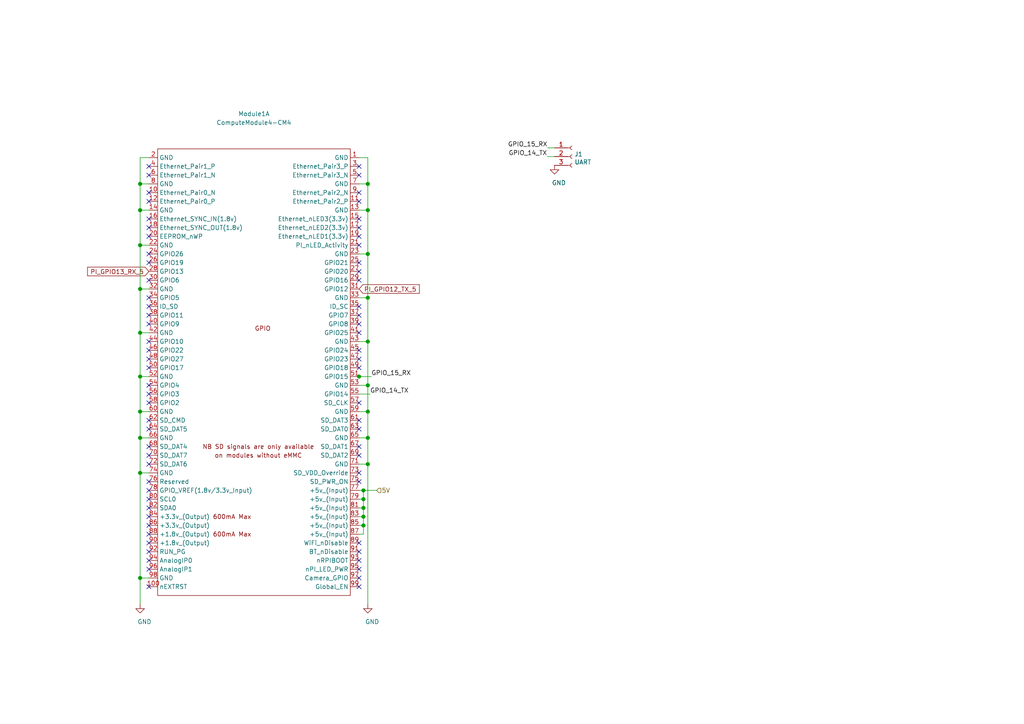
<source format=kicad_sch>
(kicad_sch (version 20210126) (generator eeschema)
  (paper "A4")
  (title_block (title "Raspberry Pi Compute Module 4 Carrier Template") (date "2020-10-31") (rev "v01") (comment 2 "creativecommons.org/licenses/by-sa/4.0") (comment 3 "License: CC BY 4.0") (comment 4 "Author: Shawn Hymel"))
  (lib_symbols
    (symbol "CM4IO:ComputeModule4-CM4"
      (property "Reference" "Module" (at 113.03 -68.58 0))
      (property "Value" "ComputeModule4-CM4" (at 140.97 2.54 0))
      (property "Manufacturer" "Hirose" (at 0 0 0))
      (property "MPN" "2x DF40C-100DS-0.4V" (at 0 -2.54 0))
      (property "MPN (Alt)" "2x DF40HC(3.0)-100DS-0.4V" (at 0 0 0))
      (symbol "ComputeModule4-CM4_1_0"
        (text "GPIO" (at 0 6.35 0) (effects (font (size 1.27 1.27))))
      )
      (symbol "ComputeModule4-CM4_1_1"
        (text "600mA Max" (at -8.89 -53.34 0) (effects (font (size 1.27 1.27))))
        (text "600mA Max" (at -8.89 -48.26 0) (effects (font (size 1.27 1.27))))
        (text "NB SD signals are only available" (at -1.27 -27.94 0) (effects (font (size 1.27 1.27))))
        (text "on modules without eMMC" (at -1.27 -30.48 0) (effects (font (size 1.27 1.27))))
        (rectangle (start -30.48 -71.12) (end 25.4 58.42))
        (pin power_in line (at 27.94 55.88 180) (length 2.54) (name "GND") (number "1"))
        (pin passive line (at -33.02 45.72 0) (length 2.54) (name "Ethernet_Pair0_N") (number "10"))
        (pin output line (at -33.02 -68.58 0) (length 2.54) (name "nEXTRST") (number "100"))
        (pin passive line (at 27.94 43.18 180) (length 2.54) (name "Ethernet_Pair2_P") (number "11"))
        (pin passive line (at -33.02 43.18 0) (length 2.54) (name "Ethernet_Pair0_P") (number "12"))
        (pin power_in line (at 27.94 40.64 180) (length 2.54) (name "GND") (number "13"))
        (pin power_in line (at -33.02 40.64 0) (length 2.54) (name "GND") (number "14"))
        (pin output line (at 27.94 38.1 180) (length 2.54) (name "Ethernet_nLED3(3.3v)") (number "15"))
        (pin input line (at -33.02 38.1 0) (length 2.54) (name "Ethernet_SYNC_IN(1.8v)") (number "16"))
        (pin output line (at 27.94 35.56 180) (length 2.54) (name "Ethernet_nLED2(3.3v)") (number "17"))
        (pin input line (at -33.02 35.56 0) (length 2.54) (name "Ethernet_SYNC_OUT(1.8v)") (number "18"))
        (pin output line (at 27.94 33.02 180) (length 2.54) (name "Ethernet_nLED1(3.3v)") (number "19"))
        (pin power_in line (at -33.02 55.88 0) (length 2.54) (name "GND") (number "2"))
        (pin passive line (at -33.02 33.02 0) (length 2.54) (name "EEPROM_nWP") (number "20"))
        (pin open_collector line (at 27.94 30.48 180) (length 2.54) (name "PI_nLED_Activity") (number "21"))
        (pin power_in line (at -33.02 30.48 0) (length 2.54) (name "GND") (number "22"))
        (pin power_in line (at 27.94 27.94 180) (length 2.54) (name "GND") (number "23"))
        (pin passive line (at -33.02 27.94 0) (length 2.54) (name "GPIO26") (number "24"))
        (pin passive line (at 27.94 25.4 180) (length 2.54) (name "GPIO21") (number "25"))
        (pin passive line (at -33.02 25.4 0) (length 2.54) (name "GPIO19") (number "26"))
        (pin passive line (at 27.94 22.86 180) (length 2.54) (name "GPIO20") (number "27"))
        (pin passive line (at -33.02 22.86 0) (length 2.54) (name "GPIO13") (number "28"))
        (pin passive line (at 27.94 20.32 180) (length 2.54) (name "GPIO16") (number "29"))
        (pin passive line (at 27.94 53.34 180) (length 2.54) (name "Ethernet_Pair3_P") (number "3"))
        (pin passive line (at -33.02 20.32 0) (length 2.54) (name "GPIO6") (number "30"))
        (pin passive line (at 27.94 17.78 180) (length 2.54) (name "GPIO12") (number "31"))
        (pin power_in line (at -33.02 17.78 0) (length 2.54) (name "GND") (number "32"))
        (pin power_in line (at 27.94 15.24 180) (length 2.54) (name "GND") (number "33"))
        (pin passive line (at -33.02 15.24 0) (length 2.54) (name "GPIO5") (number "34"))
        (pin passive line (at 27.94 12.7 180) (length 2.54) (name "ID_SC") (number "35"))
        (pin passive line (at -33.02 12.7 0) (length 2.54) (name "ID_SD") (number "36"))
        (pin passive line (at 27.94 10.16 180) (length 2.54) (name "GPIO7") (number "37"))
        (pin passive line (at -33.02 10.16 0) (length 2.54) (name "GPIO11") (number "38"))
        (pin passive line (at 27.94 7.62 180) (length 2.54) (name "GPIO8") (number "39"))
        (pin passive line (at -33.02 53.34 0) (length 2.54) (name "Ethernet_Pair1_P") (number "4"))
        (pin passive line (at -33.02 7.62 0) (length 2.54) (name "GPIO9") (number "40"))
        (pin passive line (at 27.94 5.08 180) (length 2.54) (name "GPIO25") (number "41"))
        (pin power_in line (at -33.02 5.08 0) (length 2.54) (name "GND") (number "42"))
        (pin power_in line (at 27.94 2.54 180) (length 2.54) (name "GND") (number "43"))
        (pin passive line (at -33.02 2.54 0) (length 2.54) (name "GPIO10") (number "44"))
        (pin passive line (at 27.94 0 180) (length 2.54) (name "GPIO24") (number "45"))
        (pin passive line (at -33.02 0 0) (length 2.54) (name "GPIO22") (number "46"))
        (pin passive line (at 27.94 -2.54 180) (length 2.54) (name "GPIO23") (number "47"))
        (pin passive line (at -33.02 -2.54 0) (length 2.54) (name "GPIO27") (number "48"))
        (pin passive line (at 27.94 -5.08 180) (length 2.54) (name "GPIO18") (number "49"))
        (pin passive line (at 27.94 50.8 180) (length 2.54) (name "Ethernet_Pair3_N") (number "5"))
        (pin passive line (at -33.02 -5.08 0) (length 2.54) (name "GPIO17") (number "50"))
        (pin passive line (at 27.94 -7.62 180) (length 2.54) (name "GPIO15") (number "51"))
        (pin power_in line (at -33.02 -7.62 0) (length 2.54) (name "GND") (number "52"))
        (pin power_in line (at 27.94 -10.16 180) (length 2.54) (name "GND") (number "53"))
        (pin passive line (at -33.02 -10.16 0) (length 2.54) (name "GPIO4") (number "54"))
        (pin passive line (at 27.94 -12.7 180) (length 2.54) (name "GPIO14") (number "55"))
        (pin passive line (at -33.02 -12.7 0) (length 2.54) (name "GPIO3") (number "56"))
        (pin passive line (at 27.94 -15.24 180) (length 2.54) (name "SD_CLK") (number "57"))
        (pin passive line (at -33.02 -15.24 0) (length 2.54) (name "GPIO2") (number "58"))
        (pin power_in line (at 27.94 -17.78 180) (length 2.54) (name "GND") (number "59"))
        (pin passive line (at -33.02 50.8 0) (length 2.54) (name "Ethernet_Pair1_N") (number "6"))
        (pin power_in line (at -33.02 -17.78 0) (length 2.54) (name "GND") (number "60"))
        (pin passive line (at 27.94 -20.32 180) (length 2.54) (name "SD_DAT3") (number "61"))
        (pin passive line (at -33.02 -20.32 0) (length 2.54) (name "SD_CMD") (number "62"))
        (pin passive line (at 27.94 -22.86 180) (length 2.54) (name "SD_DAT0") (number "63"))
        (pin passive line (at -33.02 -22.86 0) (length 2.54) (name "SD_DAT5") (number "64"))
        (pin power_in line (at 27.94 -25.4 180) (length 2.54) (name "GND") (number "65"))
        (pin power_in line (at -33.02 -25.4 0) (length 2.54) (name "GND") (number "66"))
        (pin passive line (at 27.94 -27.94 180) (length 2.54) (name "SD_DAT1") (number "67"))
        (pin passive line (at -33.02 -27.94 0) (length 2.54) (name "SD_DAT4") (number "68"))
        (pin passive line (at 27.94 -30.48 180) (length 2.54) (name "SD_DAT2") (number "69"))
        (pin power_in line (at 27.94 48.26 180) (length 2.54) (name "GND") (number "7"))
        (pin passive line (at -33.02 -30.48 0) (length 2.54) (name "SD_DAT7") (number "70"))
        (pin power_in line (at 27.94 -33.02 180) (length 2.54) (name "GND") (number "71"))
        (pin passive line (at -33.02 -33.02 0) (length 2.54) (name "SD_DAT6") (number "72"))
        (pin input line (at 27.94 -35.56 180) (length 2.54) (name "SD_VDD_Override") (number "73"))
        (pin power_in line (at -33.02 -35.56 0) (length 2.54) (name "GND") (number "74"))
        (pin output line (at 27.94 -38.1 180) (length 2.54) (name "SD_PWR_ON") (number "75"))
        (pin passive line (at -33.02 -38.1 0) (length 2.54) (name "Reserved") (number "76"))
        (pin power_in line (at 27.94 -40.64 180) (length 2.54) (name "+5v_(Input)") (number "77"))
        (pin power_in line (at -33.02 -40.64 0) (length 2.54) (name "GPIO_VREF(1.8v/3.3v_Input)") (number "78"))
        (pin power_in line (at 27.94 -43.18 180) (length 2.54) (name "+5v_(Input)") (number "79"))
        (pin power_in line (at -33.02 48.26 0) (length 2.54) (name "GND") (number "8"))
        (pin passive line (at -33.02 -43.18 0) (length 2.54) (name "SCL0") (number "80"))
        (pin power_in line (at 27.94 -45.72 180) (length 2.54) (name "+5v_(Input)") (number "81"))
        (pin passive line (at -33.02 -45.72 0) (length 2.54) (name "SDA0") (number "82"))
        (pin power_in line (at 27.94 -48.26 180) (length 2.54) (name "+5v_(Input)") (number "83"))
        (pin power_out line (at -33.02 -48.26 0) (length 2.54) (name "+3.3v_(Output)") (number "84"))
        (pin power_in line (at 27.94 -50.8 180) (length 2.54) (name "+5v_(Input)") (number "85"))
        (pin power_out line (at -33.02 -50.8 0) (length 2.54) (name "+3.3v_(Output)") (number "86"))
        (pin power_in line (at 27.94 -53.34 180) (length 2.54) (name "+5v_(Input)") (number "87"))
        (pin power_out line (at -33.02 -53.34 0) (length 2.54) (name "+1.8v_(Output)") (number "88"))
        (pin power_in line (at 27.94 -55.88 180) (length 2.54) (name "WiFi_nDisable") (number "89"))
        (pin passive line (at 27.94 45.72 180) (length 2.54) (name "Ethernet_Pair2_N") (number "9"))
        (pin power_out line (at -33.02 -55.88 0) (length 2.54) (name "+1.8v_(Output)") (number "90"))
        (pin power_in line (at 27.94 -58.42 180) (length 2.54) (name "BT_nDisable") (number "91"))
        (pin passive line (at -33.02 -58.42 0) (length 2.54) (name "RUN_PG") (number "92"))
        (pin input line (at 27.94 -60.96 180) (length 2.54) (name "nRPIBOOT") (number "93"))
        (pin passive line (at -33.02 -60.96 0) (length 2.54) (name "AnalogIP0") (number "94"))
        (pin output line (at 27.94 -63.5 180) (length 2.54) (name "nPI_LED_PWR") (number "95"))
        (pin passive line (at -33.02 -63.5 0) (length 2.54) (name "AnalogIP1") (number "96"))
        (pin passive line (at 27.94 -66.04 180) (length 2.54) (name "Camera_GPIO") (number "97"))
        (pin power_in line (at -33.02 -66.04 0) (length 2.54) (name "GND") (number "98"))
        (pin input line (at 27.94 -68.58 180) (length 2.54) (name "Global_EN") (number "99"))
      )
      (symbol "ComputeModule4-CM4_2_1"
        (text "High Speed Serial" (at 140.97 0 0) (effects (font (size 1.27 1.27))))
        (rectangle (start 114.3 -66.04) (end 165.1 63.5))
        (pin input line (at 170.18 60.96 180) (length 5.08) (name "USB_OTG_ID") (number "101"))
        (pin input line (at 109.22 60.96 0) (length 5.08) (name "PCIe_CLK_nREQ") (number "102"))
        (pin passive line (at 170.18 58.42 180) (length 5.08) (name "USB2_N") (number "103"))
        (pin passive line (at 109.22 58.42 0) (length 5.08) (name "Reserved") (number "104"))
        (pin passive line (at 170.18 55.88 180) (length 5.08) (name "USB2_P") (number "105"))
        (pin passive line (at 109.22 55.88 0) (length 5.08) (name "Reserved") (number "106"))
        (pin power_in line (at 170.18 53.34 180) (length 5.08) (name "GND") (number "107"))
        (pin power_in line (at 109.22 53.34 0) (length 5.08) (name "GND") (number "108"))
        (pin bidirectional line (at 170.18 50.8 180) (length 5.08) (name "PCIe_nRST") (number "109"))
        (pin output line (at 109.22 50.8 0) (length 5.08) (name "PCIe_CLK_P") (number "110"))
        (pin passive line (at 170.18 48.26 180) (length 5.08) (name "VDAC_COMP") (number "111"))
        (pin output line (at 109.22 48.26 0) (length 5.08) (name "PCIe_CLK_N") (number "112"))
        (pin power_in line (at 170.18 45.72 180) (length 5.08) (name "GND") (number "113"))
        (pin power_in line (at 109.22 45.72 0) (length 5.08) (name "GND") (number "114"))
        (pin input line (at 170.18 43.18 180) (length 5.08) (name "CAM1_D0_N") (number "115"))
        (pin input line (at 109.22 43.18 0) (length 5.08) (name "PCIe_RX_P") (number "116"))
        (pin input line (at 170.18 40.64 180) (length 5.08) (name "CAM1_D0_P") (number "117"))
        (pin input line (at 109.22 40.64 0) (length 5.08) (name "PCIe_RX_N") (number "118"))
        (pin power_in line (at 170.18 38.1 180) (length 5.08) (name "GND") (number "119"))
        (pin power_in line (at 109.22 38.1 0) (length 5.08) (name "GND") (number "120"))
        (pin input line (at 170.18 35.56 180) (length 5.08) (name "CAM1_D1_N") (number "121"))
        (pin output line (at 109.22 35.56 0) (length 5.08) (name "PCIe_TX_P") (number "122"))
        (pin input line (at 170.18 33.02 180) (length 5.08) (name "CAM1_D1_P") (number "123"))
        (pin output line (at 109.22 33.02 0) (length 5.08) (name "PCIe_TX_N") (number "124"))
        (pin power_in line (at 170.18 30.48 180) (length 5.08) (name "GND") (number "125"))
        (pin power_in line (at 109.22 30.48 0) (length 5.08) (name "GND") (number "126"))
        (pin input line (at 170.18 27.94 180) (length 5.08) (name "CAM1_C_N") (number "127"))
        (pin input line (at 109.22 27.94 0) (length 5.08) (name "CAM0_D0_N") (number "128"))
        (pin input line (at 170.18 25.4 180) (length 5.08) (name "CAM1_C_P") (number "129"))
        (pin input line (at 109.22 25.4 0) (length 5.08) (name "CAM0_D0_P") (number "130"))
        (pin power_in line (at 170.18 22.86 180) (length 5.08) (name "GND") (number "131"))
        (pin power_in line (at 109.22 22.86 0) (length 5.08) (name "GND") (number "132"))
        (pin input line (at 170.18 20.32 180) (length 5.08) (name "CAM1_D2_N") (number "133"))
        (pin input line (at 109.22 20.32 0) (length 5.08) (name "CAM0_D1_N") (number "134"))
        (pin input line (at 170.18 17.78 180) (length 5.08) (name "CAM1_D2_P") (number "135"))
        (pin input line (at 109.22 17.78 0) (length 5.08) (name "CAM0_D1_P") (number "136"))
        (pin power_in line (at 170.18 15.24 180) (length 5.08) (name "GND") (number "137"))
        (pin power_in line (at 109.22 15.24 0) (length 5.08) (name "GND") (number "138"))
        (pin input line (at 170.18 12.7 180) (length 5.08) (name "CAM1_D3_N") (number "139"))
        (pin input line (at 109.22 12.7 0) (length 5.08) (name "CAM0_C_N") (number "140"))
        (pin input line (at 170.18 10.16 180) (length 5.08) (name "CAM1_D3_P") (number "141"))
        (pin input line (at 109.22 10.16 0) (length 5.08) (name "CAM0_C_P") (number "142"))
        (pin input line (at 170.18 7.62 180) (length 5.08) (name "HDMI1_HOTPLUG") (number "143"))
        (pin power_in line (at 109.22 7.62 0) (length 5.08) (name "GND") (number "144"))
        (pin bidirectional line (at 170.18 5.08 180) (length 5.08) (name "HDMI1_SDA") (number "145"))
        (pin output line (at 109.22 5.08 0) (length 5.08) (name "HDMI1_TX2_P") (number "146"))
        (pin open_collector line (at 170.18 2.54 180) (length 5.08) (name "HDMI1_SCL") (number "147"))
        (pin output line (at 109.22 2.54 0) (length 5.08) (name "HDMI1_TX2_N") (number "148"))
        (pin open_collector line (at 170.18 0 180) (length 5.08) (name "HDMI1_CEC") (number "149"))
        (pin power_in line (at 109.22 0 0) (length 5.08) (name "GND") (number "150"))
        (pin open_collector line (at 170.18 -2.54 180) (length 5.08) (name "HDMI0_CEC") (number "151"))
        (pin output line (at 109.22 -2.54 0) (length 5.08) (name "HDMI1_TX1_P") (number "152"))
        (pin input line (at 170.18 -5.08 180) (length 5.08) (name "HDMI0_HOTPLUG") (number "153"))
        (pin output line (at 109.22 -5.08 0) (length 5.08) (name "HDMI1_TX1_N") (number "154"))
        (pin power_in line (at 170.18 -7.62 180) (length 5.08) (name "GND") (number "155"))
        (pin power_in line (at 109.22 -7.62 0) (length 5.08) (name "GND") (number "156"))
        (pin output line (at 170.18 -10.16 180) (length 5.08) (name "DSI0_D0_N") (number "157"))
        (pin output line (at 109.22 -10.16 0) (length 5.08) (name "HDMI1_TX0_P") (number "158"))
        (pin output line (at 170.18 -12.7 180) (length 5.08) (name "DSI0_D0_P") (number "159"))
        (pin output line (at 109.22 -12.7 0) (length 5.08) (name "HDMI1_TX0_N") (number "160"))
        (pin power_in line (at 170.18 -15.24 180) (length 5.08) (name "GND") (number "161"))
        (pin power_in line (at 109.22 -15.24 0) (length 5.08) (name "GND") (number "162"))
        (pin output line (at 170.18 -17.78 180) (length 5.08) (name "DSI0_D1_N") (number "163"))
        (pin output line (at 109.22 -17.78 0) (length 5.08) (name "HDMI1_CLK_P") (number "164"))
        (pin output line (at 170.18 -20.32 180) (length 5.08) (name "DSI0_D1_P") (number "165"))
        (pin output line (at 109.22 -20.32 0) (length 5.08) (name "HDMI1_CLK_N") (number "166"))
        (pin power_in line (at 170.18 -22.86 180) (length 5.08) (name "GND") (number "167"))
        (pin power_in line (at 109.22 -22.86 0) (length 5.08) (name "GND") (number "168"))
        (pin output line (at 170.18 -25.4 180) (length 5.08) (name "DSI0_C_N") (number "169"))
        (pin output line (at 109.22 -25.4 0) (length 5.08) (name "HDMI0_TX2_P") (number "170"))
        (pin output line (at 170.18 -27.94 180) (length 5.08) (name "DSI0_C_P") (number "171"))
        (pin output line (at 109.22 -27.94 0) (length 5.08) (name "HDMI0_TX2_N") (number "172"))
        (pin power_in line (at 170.18 -30.48 180) (length 5.08) (name "GND") (number "173"))
        (pin power_in line (at 109.22 -30.48 0) (length 5.08) (name "GND") (number "174"))
        (pin output line (at 170.18 -33.02 180) (length 5.08) (name "DSI1_D0_N") (number "175"))
        (pin output line (at 109.22 -33.02 0) (length 5.08) (name "HDMI0_TX1_P") (number "176"))
        (pin output line (at 170.18 -35.56 180) (length 5.08) (name "DSI1_D0_P") (number "177"))
        (pin output line (at 109.22 -35.56 0) (length 5.08) (name "HDMI0_TX1_N") (number "178"))
        (pin power_in line (at 170.18 -38.1 180) (length 5.08) (name "GND") (number "179"))
        (pin power_in line (at 109.22 -38.1 0) (length 5.08) (name "GND") (number "180"))
        (pin output line (at 170.18 -40.64 180) (length 5.08) (name "DSI1_D1_N") (number "181"))
        (pin output line (at 109.22 -40.64 0) (length 5.08) (name "HDMI0_TX0_P") (number "182"))
        (pin output line (at 170.18 -43.18 180) (length 5.08) (name "DSI1_D1_P") (number "183"))
        (pin output line (at 109.22 -43.18 0) (length 5.08) (name "HDMI0_TX0_N") (number "184"))
        (pin power_in line (at 170.18 -45.72 180) (length 5.08) (name "GND") (number "185"))
        (pin power_in line (at 109.22 -45.72 0) (length 5.08) (name "GND") (number "186"))
        (pin output line (at 170.18 -48.26 180) (length 5.08) (name "DSI1_C_N") (number "187"))
        (pin output line (at 109.22 -48.26 0) (length 5.08) (name "HDMI0_CLK_P") (number "188"))
        (pin output line (at 170.18 -50.8 180) (length 5.08) (name "DSI1_C_P") (number "189"))
        (pin output line (at 109.22 -50.8 0) (length 5.08) (name "HDMI0_CLK_N") (number "190"))
        (pin power_in line (at 170.18 -53.34 180) (length 5.08) (name "GND") (number "191"))
        (pin power_in line (at 109.22 -53.34 0) (length 5.08) (name "GND") (number "192"))
        (pin output line (at 170.18 -55.88 180) (length 5.08) (name "DSI1_D2_N") (number "193"))
        (pin output line (at 109.22 -55.88 0) (length 5.08) (name "DSI1_D3_N") (number "194"))
        (pin output line (at 170.18 -58.42 180) (length 5.08) (name "DSI1_D2_P") (number "195"))
        (pin output line (at 109.22 -58.42 0) (length 5.08) (name "DSI1_D3_P") (number "196"))
        (pin power_in line (at 170.18 -60.96 180) (length 5.08) (name "GND") (number "197"))
        (pin power_in line (at 109.22 -60.96 0) (length 5.08) (name "GND") (number "198"))
        (pin bidirectional line (at 170.18 -63.5 180) (length 5.08) (name "HDMI0_SDA") (number "199"))
        (pin open_collector line (at 109.22 -63.5 0) (length 5.08) (name "HDMI0_SCL") (number "200"))
      )
    )
    (symbol "Connector:Conn_01x03_Female" (pin_names (offset 1.016) hide)
      (property "Reference" "J" (at 0 5.08 0))
      (property "Value" "Conn_01x03_Female" (at 0 -5.08 0))
      (symbol "Conn_01x03_Female_1_1"
        (arc (start 0 -2.032) (end 0 -3.048) (radius (at 0 -2.54) (length 0.508) (angles 90.1 -90.1)) (stroke (width 0.1524)))
        (arc (start 0 0.508) (end 0 -0.508) (radius (at 0 0) (length 0.508) (angles 90.1 -90.1)) (stroke (width 0.1524)))
        (arc (start 0 3.048) (end 0 2.032) (radius (at 0 2.54) (length 0.508) (angles 90.1 -90.1)) (stroke (width 0.1524)))
        (polyline (pts (xy -1.27 -2.54) (xy -0.508 -2.54)) (stroke (width 0.1524)))
        (polyline (pts (xy -1.27 0) (xy -0.508 0)) (stroke (width 0.1524)))
        (polyline (pts (xy -1.27 2.54) (xy -0.508 2.54)) (stroke (width 0.1524)))
        (pin passive line (at -5.08 2.54 0) (length 3.81) (name "Pin_1") (number "1"))
        (pin passive line (at -5.08 0 0) (length 3.81) (name "Pin_2") (number "2"))
        (pin passive line (at -5.08 -2.54 0) (length 3.81) (name "Pin_3") (number "3"))
      )
    )
    (symbol "power:GND" (power) (pin_names (offset 0))
      (property "Value" "GND" (at 0 -3.81 0))
      (symbol "GND_0_1"
        (polyline (pts (xy 0 0) (xy 0 -1.27) (xy 1.27 -1.27) (xy 0 -2.54) (xy -1.27 -1.27) (xy 0 -1.27)))
      )
      (symbol "GND_1_1"
        (pin power_in line (at 0 0 270) (length 0) hide (name "GND") (number "1"))
      )
    )
  )
  (junction (at 40.64 53.34) (diameter 1.016))
  (junction (at 40.64 60.96) (diameter 1.016))
  (junction (at 40.64 71.12) (diameter 1.016))
  (junction (at 40.64 83.82) (diameter 1.016))
  (junction (at 40.64 96.52) (diameter 1.016))
  (junction (at 40.64 109.22) (diameter 1.016))
  (junction (at 40.64 119.38) (diameter 1.016))
  (junction (at 40.64 127) (diameter 1.016))
  (junction (at 40.64 137.16) (diameter 1.016))
  (junction (at 40.64 167.64) (diameter 1.016))
  (junction (at 104.14 109.22) (diameter 1.016))
  (junction (at 105.41 142.24) (diameter 1.016))
  (junction (at 105.41 144.78) (diameter 1.016))
  (junction (at 105.41 147.32) (diameter 1.016))
  (junction (at 105.41 149.86) (diameter 1.016))
  (junction (at 105.41 152.4) (diameter 1.016))
  (junction (at 106.68 53.34) (diameter 1.016))
  (junction (at 106.68 60.96) (diameter 1.016))
  (junction (at 106.68 73.66) (diameter 1.016))
  (junction (at 106.68 86.36) (diameter 1.016))
  (junction (at 106.68 99.06) (diameter 1.016))
  (junction (at 106.68 111.76) (diameter 1.016))
  (junction (at 106.68 119.38) (diameter 1.016))
  (junction (at 106.68 127) (diameter 1.016))
  (junction (at 106.68 134.62) (diameter 1.016))
  (no_connect (at 43.18 48.26))
  (no_connect (at 43.18 50.8))
  (no_connect (at 43.18 55.88))
  (no_connect (at 43.18 58.42))
  (no_connect (at 43.18 63.5))
  (no_connect (at 43.18 66.04))
  (no_connect (at 43.18 68.58))
  (no_connect (at 43.18 73.66))
  (no_connect (at 43.18 76.2))
  (no_connect (at 43.18 81.28))
  (no_connect (at 43.18 86.36))
  (no_connect (at 43.18 88.9))
  (no_connect (at 43.18 91.44))
  (no_connect (at 43.18 93.98))
  (no_connect (at 43.18 99.06))
  (no_connect (at 43.18 101.6))
  (no_connect (at 43.18 104.14))
  (no_connect (at 43.18 106.68))
  (no_connect (at 43.18 111.76))
  (no_connect (at 43.18 114.3))
  (no_connect (at 43.18 116.84))
  (no_connect (at 43.18 121.92))
  (no_connect (at 43.18 124.46))
  (no_connect (at 43.18 129.54))
  (no_connect (at 43.18 132.08))
  (no_connect (at 43.18 134.62))
  (no_connect (at 43.18 139.7))
  (no_connect (at 43.18 142.24))
  (no_connect (at 43.18 144.78))
  (no_connect (at 43.18 147.32))
  (no_connect (at 43.18 149.86))
  (no_connect (at 43.18 152.4))
  (no_connect (at 43.18 154.94))
  (no_connect (at 43.18 157.48))
  (no_connect (at 43.18 160.02))
  (no_connect (at 43.18 162.56))
  (no_connect (at 43.18 165.1))
  (no_connect (at 43.18 170.18))
  (no_connect (at 104.14 48.26))
  (no_connect (at 104.14 50.8))
  (no_connect (at 104.14 55.88))
  (no_connect (at 104.14 58.42))
  (no_connect (at 104.14 63.5))
  (no_connect (at 104.14 66.04))
  (no_connect (at 104.14 68.58))
  (no_connect (at 104.14 71.12))
  (no_connect (at 104.14 76.2))
  (no_connect (at 104.14 78.74))
  (no_connect (at 104.14 81.28))
  (no_connect (at 104.14 88.9))
  (no_connect (at 104.14 91.44))
  (no_connect (at 104.14 93.98))
  (no_connect (at 104.14 96.52))
  (no_connect (at 104.14 101.6))
  (no_connect (at 104.14 104.14))
  (no_connect (at 104.14 106.68))
  (no_connect (at 104.14 116.84))
  (no_connect (at 104.14 121.92))
  (no_connect (at 104.14 124.46))
  (no_connect (at 104.14 129.54))
  (no_connect (at 104.14 132.08))
  (no_connect (at 104.14 137.16))
  (no_connect (at 104.14 139.7))
  (no_connect (at 104.14 157.48))
  (no_connect (at 104.14 160.02))
  (no_connect (at 104.14 162.56))
  (no_connect (at 104.14 165.1))
  (no_connect (at 104.14 167.64))
  (no_connect (at 104.14 170.18))
  (wire (pts (xy 40.64 45.72) (xy 40.64 53.34)))
  (wire (pts (xy 40.64 53.34) (xy 40.64 60.96)))
  (wire (pts (xy 40.64 53.34) (xy 43.18 53.34)))
  (wire (pts (xy 40.64 60.96) (xy 40.64 71.12)))
  (wire (pts (xy 40.64 60.96) (xy 43.18 60.96)))
  (wire (pts (xy 40.64 71.12) (xy 40.64 83.82)))
  (wire (pts (xy 40.64 71.12) (xy 43.18 71.12)))
  (wire (pts (xy 40.64 83.82) (xy 40.64 96.52)))
  (wire (pts (xy 40.64 83.82) (xy 43.18 83.82)))
  (wire (pts (xy 40.64 96.52) (xy 40.64 109.22)))
  (wire (pts (xy 40.64 96.52) (xy 43.18 96.52)))
  (wire (pts (xy 40.64 109.22) (xy 40.64 119.38)))
  (wire (pts (xy 40.64 109.22) (xy 43.18 109.22)))
  (wire (pts (xy 40.64 119.38) (xy 40.64 127)))
  (wire (pts (xy 40.64 119.38) (xy 43.18 119.38)))
  (wire (pts (xy 40.64 127) (xy 40.64 137.16)))
  (wire (pts (xy 40.64 127) (xy 43.18 127)))
  (wire (pts (xy 40.64 137.16) (xy 40.64 167.64)))
  (wire (pts (xy 40.64 137.16) (xy 43.18 137.16)))
  (wire (pts (xy 40.64 167.64) (xy 40.64 175.26)))
  (wire (pts (xy 40.64 167.64) (xy 43.18 167.64)))
  (wire (pts (xy 43.18 45.72) (xy 40.64 45.72)))
  (wire (pts (xy 104.0892 109.22) (xy 104.14 109.22)))
  (wire (pts (xy 104.14 45.72) (xy 106.68 45.72)))
  (wire (pts (xy 104.14 53.34) (xy 106.68 53.34)))
  (wire (pts (xy 104.14 60.96) (xy 106.68 60.96)))
  (wire (pts (xy 104.14 73.66) (xy 106.68 73.66)))
  (wire (pts (xy 104.14 86.36) (xy 106.68 86.36)))
  (wire (pts (xy 104.14 99.06) (xy 106.68 99.06)))
  (wire (pts (xy 104.14 109.22) (xy 107.696 109.22)))
  (wire (pts (xy 104.14 111.76) (xy 106.68 111.76)))
  (wire (pts (xy 104.14 114.3) (xy 107.3404 114.3)))
  (wire (pts (xy 104.14 119.38) (xy 106.68 119.38)))
  (wire (pts (xy 104.14 127) (xy 106.68 127)))
  (wire (pts (xy 104.14 134.62) (xy 106.68 134.62)))
  (wire (pts (xy 104.14 142.24) (xy 105.41 142.24)))
  (wire (pts (xy 104.14 144.78) (xy 105.41 144.78)))
  (wire (pts (xy 104.14 147.32) (xy 105.41 147.32)))
  (wire (pts (xy 104.14 149.86) (xy 105.41 149.86)))
  (wire (pts (xy 104.14 152.4) (xy 105.41 152.4)))
  (wire (pts (xy 104.14 154.94) (xy 105.41 154.94)))
  (wire (pts (xy 105.41 142.24) (xy 109.22 142.24)))
  (wire (pts (xy 105.41 144.78) (xy 105.41 142.24)))
  (wire (pts (xy 105.41 147.32) (xy 105.41 144.78)))
  (wire (pts (xy 105.41 149.86) (xy 105.41 147.32)))
  (wire (pts (xy 105.41 152.4) (xy 105.41 149.86)))
  (wire (pts (xy 105.41 154.94) (xy 105.41 152.4)))
  (wire (pts (xy 106.68 45.72) (xy 106.68 53.34)))
  (wire (pts (xy 106.68 53.34) (xy 106.68 60.96)))
  (wire (pts (xy 106.68 60.96) (xy 106.68 73.66)))
  (wire (pts (xy 106.68 73.66) (xy 106.68 86.36)))
  (wire (pts (xy 106.68 86.36) (xy 106.68 99.06)))
  (wire (pts (xy 106.68 99.06) (xy 106.68 111.76)))
  (wire (pts (xy 106.68 111.76) (xy 106.68 119.38)))
  (wire (pts (xy 106.68 119.38) (xy 106.68 127)))
  (wire (pts (xy 106.68 127) (xy 106.68 134.62)))
  (wire (pts (xy 106.68 134.62) (xy 106.68 175.26)))
  (wire (pts (xy 158.6992 45.4152) (xy 160.8328 45.4152)))
  (wire (pts (xy 158.8008 42.8752) (xy 160.8328 42.8752)))
  (label "GPIO_14_TX" (at 107.3404 114.3 0))
  (label "GPIO_15_RX" (at 107.696 109.22 0))
  (label "GPIO_14_TX" (at 158.6992 45.4152 180))
  (label "GPIO_15_RX" (at 158.8008 42.8752 180))
  (global_label "PI_GPIO13_RX_5" (shape input) (at 43.18 78.74 180) (property "Intersheet References" "${INTERSHEET_REFS}" (effects hide)))
  (global_label "PI_GPIO12_TX_5" (shape input) (at 104.14 83.82 0) (property "Intersheet References" "${INTERSHEET_REFS}" (effects hide)))
  (hierarchical_label "5V" (shape input) (at 109.22 142.24 0))
  (symbol (lib_id "power:GND") (at 40.64 175.26 0) (unit 1)
    (property "Reference" "#PWR02" (effects hide))
    (property "Value" "GND" (at 41.91 180.34 0))
  )
  (symbol (lib_id "power:GND") (at 106.68 175.26 0) (unit 1)
    (property "Reference" "#PWR03" (effects hide))
    (property "Value" "GND" (at 107.95 180.34 0))
  )
  (symbol (lib_id "power:GND") (at 160.8328 47.9552 0) (unit 1)
    (property "Reference" "#PWR01" (effects hide))
    (property "Value" "GND" (at 162.1028 53.0352 0))
  )
  (symbol (lib_id "Connector:Conn_01x03_Female") (at 165.9128 45.4152 0) (unit 1)
    (property "Reference" "J1" (at 166.6241 44.723 0) (effects (justify left)))
    (property "Value" "UART" (at 166.624 47.0216 0) (effects (justify left)))
    (property "Footprint" "Connector_Molex:Molex_PicoBlade_53261-0371_1x03-1MP_P1.25mm_Horizontal" (effects hide))
    (property "Digi-Key_PN" "WM7621TR-ND" (effects hide))
    (property "Digikey Link" "https://www.digikey.co.uk/en/products/detail/molex/0532610371/699095?s=N4IgTCBcDaIKwGYwDYCMAGBB2VIC6AvkA" (effects hide))
    (property "Manufacturer_Part_Number" "0532610371" (effects hide))
  )
  (symbol (lib_id "CM4IO:ComputeModule4-CM4") (at 76.2 101.6 0) (unit 1)
    (property "Reference" "Module1" (at 73.66 33.02 0))
    (property "Value" "ComputeModule4-CM4" (at 73.66 35.56 0))
    (property "Footprint" "CM4IO:Raspberry-Pi-4-Compute-Module" (effects hide))
    (property "Seeed SKU" "320210381" (effects hide))
    (property "Manufacturer_Part_Number" "DF40HC(3.0)-100DS-0.4V(58)" (effects hide))
    (property "Digi-Key_PN" "2x H124602TR-ND	" (effects hide))
    (property "Digi-Key_PN (Alt)" "2x H124602CT-ND" (effects hide))
    (property "Digikey Link" "https://www.digikey.co.uk/en/products/detail/hirose-electric-co-ltd/DF40HC-3-0-100DS-0-4V-58/4282912?s=N4IgTCBcDaIBIEYwBYBsAGMAVASgWgDkARAHQBcQBdAXyA" (effects hide))
  )
)
</source>
